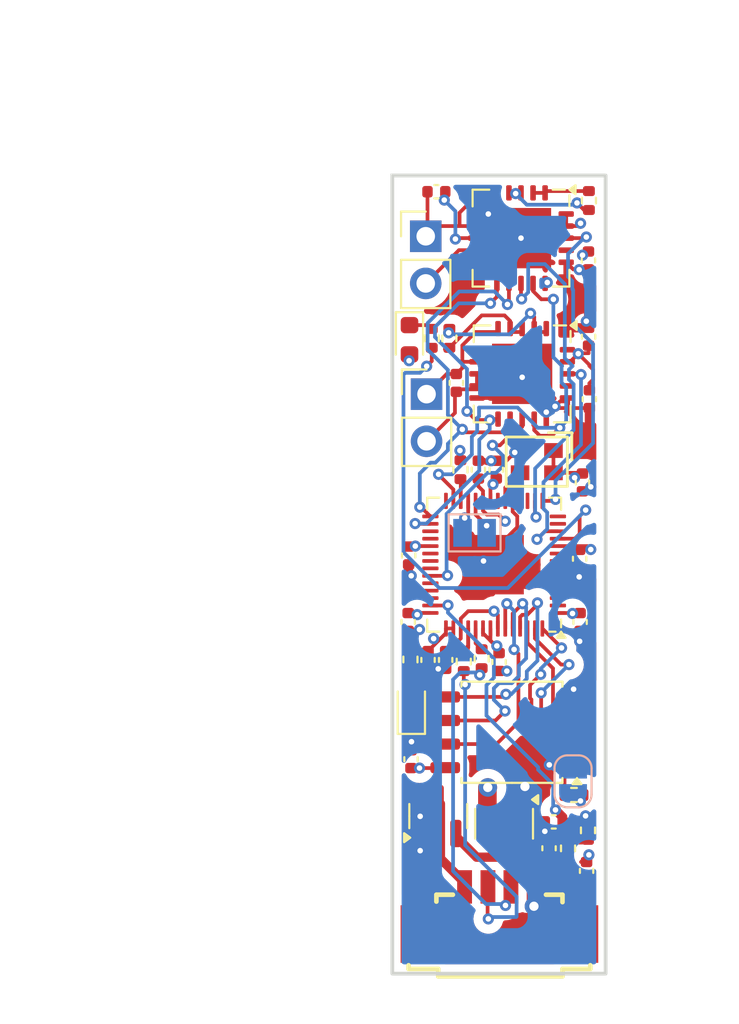
<source format=kicad_pcb>
(kicad_pcb (version 20240108) (generator "pcbnew") (generator_version "8.0")
  (layers (0 "F.Cu" signal) (1 "In1.Cu" signal) (2 "In2.Cu" signal) (31 "B.Cu" signal) (34 "B.Paste" user) (35 "F.Paste" user) (36 "B.SilkS" user "B.Silkscreen") (37 "F.SilkS" user "F.Silkscreen") (38 "B.Mask" user) (39 "F.Mask" user) (44 "Edge.Cuts" user))
  (net 0 "")
  (net 1 "+BATT")
  (net 2 "GND")
  (net 3 "+3V3")
  (net 4 "Net-(D1-A)")
  (net 5 "/BATT POSTSW")
  (net 6 "Net-(J2-Pin_2)")
  (net 7 "Net-(J2-Pin_1)")
  (net 8 "+1V1")
  (net 9 "/BATT SENSE ")
  (net 10 "Net-(D3-K)")
  (net 11 "/USB_D+")
  (net 12 "/USB_D-")
  (net 13 "/SWD")
  (net 14 "/SWCLK")
  (net 15 "/BOOTSEL")
  (net 16 "/QSPI_SS")
  (net 17 "/RP USB_D+")
  (net 18 "/RP USB_D-")
  (net 19 "/RUN")
  (net 20 "/LEDINDICATION")
  (net 21 "/MAX_CS")
  (net 22 "Net-(U3-ISENSOR)")
  (net 23 "Net-(U3-BIAS)")
  (net 24 "/SCLK")
  (net 25 "/DRDY")
  (net 27 "/QSPI_SD2")
  (net 28 "/QSPI_SCLK")
  (net 29 "/QSPI_SD3")
  (net 30 "/QSPI_SD1")
  (net 31 "/QSPI_SDO")
  (net 32 "/MISO")
  (net 36 "/XIN")
  (net 39 "Net-(J1-Pin_1)")
  (net 53 "/MOSI")
  (net 57 "Net-(J1-Pin_2)")
  (net 58 "Net-(U1-BIAS)")
  (net 59 "Net-(U1-ISENSOR)")
  (net 60 "/MAX2_CS")
  (net 62 "/DRDY2")
  (footprint "easyeda2kicad:OSC-SMD_4P-L2.0-W1.6-BL" (layer "F.Cu") (at 142.1384 85.2678 180)
    (property "Reference" "X1" (hide yes))
    (property "Value" "SX1M12.000M10F30TNN")
  )
  (footprint "LED_SMD:LED_0603_1608Metric" (layer "F.Cu") (at 135.275 78.7 -90)
    (property "Reference" "D3" (hide yes))
    (property "Value" "LED")
  )
  (footprint "Connector_PinHeader_2.54mm:PinHeader_1x02_P2.54mm_Vertical" (layer "F.Cu") (at 136.1948 81.6306)
    (property "Reference" "J2" (hide yes))
    (property "Value" "Screw_Terminal_01x02")
  )
  (footprint "Capacitor_SMD:C_0402_1005Metric" (layer "F.Cu") (at 135.2296 90.3224 -90)
    (property "Reference" "C21" (hide yes))
    (property "Value" "100n")
  )
  (footprint "Capacitor_SMD:C_0402_1005Metric" (layer "F.Cu") (at 144.975 81.9 -90)
    (property "Reference" "C9" (hide yes))
    (property "Value" "100n")
  )
  (footprint "Capacitor_SMD:C_0402_1005Metric" (layer "F.Cu") (at 144.9324 78.5368 90)
    (property "Reference" "C8" (hide yes))
    (property "Value" "100n")
  )
  (footprint "Resistor_SMD:R_0402_1005Metric" (layer "F.Cu") (at 143.825 106.1 90)
    (property "Reference" "R7" (hide yes))
    (property "Value" "27k")
  )
  (footprint "Capacitor_SMD:C_0402_1005Metric" (layer "F.Cu") (at 136.725 70.725)
    (property "Reference" "C3" (hide yes))
    (property "Value" "100n")
  )
  (footprint "Capacitor_SMD:C_0402_1005Metric" (layer "F.Cu") (at 138.9888 85.6996 90)
    (property "Reference" "C10" (hide yes))
    (property "Value" "100n")
  )
  (footprint "Capacitor_SMD:C_0402_1005Metric" (layer "F.Cu") (at 136.275 95.95 -90)
    (property "Reference" "C15" (hide yes))
    (property "Value" "1u")
  )
  (footprint "Package_DFN_QFN:TQFN-20-1EP_5x5mm_P0.65mm_EP3.25x3.25mm" (layer "F.Cu") (at 141.35 80.5375 -90)
    (property "Reference" "U1" (hide yes))
    (property "Value" "MAX31865xTP")
  )
  (footprint "Capacitor_SMD:C_0402_1005Metric" (layer "F.Cu") (at 135.2042 93.9038 -90)
    (property "Reference" "C22" (hide yes))
    (property "Value" "100n")
  )
  (footprint "Resistor_SMD:R_0402_1005Metric" (layer "F.Cu") (at 138.2014 96.0374 -90)
    (property "Reference" "R5" (hide yes))
    (property "Value" "22R")
  )
  (footprint "Capacitor_SMD:C_0402_1005Metric" (layer "F.Cu") (at 135.3566 101.2952 90)
    (property "Reference" "C12" (hide yes))
    (property "Value" "100n")
  )
  (footprint "Capacitor_SMD:C_0402_1005Metric" (layer "F.Cu") (at 144.4498 90.5002 -90)
    (property "Reference" "C19" (hide yes))
    (property "Value" "100n")
  )
  (footprint "Connector_PinHeader_2.54mm:PinHeader_1x02_P2.54mm_Vertical" (layer "F.Cu") (at 136.15 73.125)
    (property "Reference" "J1" (hide yes))
    (property "Value" "Screw_Terminal_01x02")
  )
  (footprint ".pretty:CONN-SMD_1.25-4PWB" (layer "F.Cu") (at 140.125 109.4475)
    (property "Reference" "C1000" (hide yes))
    (property "Value" "Conn_01x04")
  )
  (footprint "Package_TO_SOT_SMD:SOT-23-3" (layer "F.Cu") (at 140.3745 104.775 -90)
    (property "Reference" "U2" (hide yes))
    (property "Value" "XC6206P332MR")
  )
  (footprint "Package_TO_SOT_SMD:SOT-23" (layer "F.Cu") (at 136.825 104.3625 90)
    (property "Reference" "Q2" (hide yes))
    (property "Value" "AO3401A")
  )
  (footprint "Capacitor_SMD:C_0402_1005Metric" (layer "F.Cu") (at 144.6022 86.3854 -90)
    (property "Reference" "C14" (hide yes))
    (property "Value" "100n")
  )
  (footprint "LED_SMD:LED_0603_1608Metric" (layer "F.Cu") (at 135.375 98.45 90)
    (property "Reference" "D1" (hide yes))
    (property "Value" "LED")
  )
  (footprint "Capacitor_SMD:C_0402_1005Metric" (layer "F.Cu") (at 140.1064 96.0628 -90)
    (property "Reference" "C18" (hide yes))
    (property "Value" "100n")
  )
  (footprint "Resistor_SMD:R_0402_1005Metric" (layer "F.Cu") (at 144.145 103.2256)
    (property "Reference" "R3" (hide yes))
    (property "Value" "1k")
  )
  (footprint "Resistor_SMD:R_0402_1005Metric" (layer "F.Cu") (at 138.0236 85.6996 -90)
    (property "Reference" "R6" (hide yes))
    (property "Value" "5.1k")
  )
  (footprint "Capacitor_SMD:C_0402_1005Metric" (layer "F.Cu") (at 144.825 107.315 -90)
    (property "Reference" "C2" (hide yes))
    (property "Value" "1u")
  )
  (footprint "Capacitor_SMD:C_0402_1005Metric" (layer "F.Cu") (at 143.0528 104.6734 180)
    (property "Reference" "C16" (hide yes))
    (property "Value" "100n")
  )
  (footprint "Resistor_SMD:R_0402_1005Metric" (layer "F.Cu") (at 144.9 105.1306 90)
    (property "Reference" "R8" (hide yes))
    (property "Value" "51k")
  )
  (footprint "Capacitor_SMD:C_0402_1005Metric" (layer "F.Cu") (at 144.925 74.425 -90)
    (property "Reference" "C4" (hide yes))
    (property "Value" "100n")
  )
  (footprint "Package_DFN_QFN:QFN-56-1EP_7x7mm_P0.4mm_EP3.2x3.2mm" (layer "F.Cu") (at 139.8396 90.8176 180)
    (property "Reference" "U6" (hide yes))
    (property "Value" "RP2040")
  )
  (footprint "Resistor_SMD:R_0402_1005Metric" (layer "F.Cu") (at 137.425 78.625 -90)
    (property "Reference" "R2" (hide yes))
    (property "Value" "400")
  )
  (footprint "Package_SO:SOIC-8_5.23x5.23mm_P1.27mm" (layer "F.Cu") (at 140.8 99.8474 180)
    (property "Reference" "U5" (hide yes))
    (property "Value" "W25Q128JVS")
  )
  (footprint "Capacitor_SMD:C_0402_1005Metric" (layer "F.Cu") (at 144.4752 93.9038 -90)
    (property "Reference" "C17" (hide yes))
    (property "Value" "100n")
  )
  (footprint "Capacitor_SMD:C_0402_1005Metric" (layer "F.Cu") (at 139.954 85.6996 90)
    (property "Reference" "C20" (hide yes))
    (property "Value" "100n")
  )
  (footprint "Package_DFN_QFN:TQFN-20-1EP_5x5mm_P0.65mm_EP3.25x3.25mm" (layer "F.Cu") (at 141.2875 73.225 -90)
    (property "Reference" "U3" (hide yes))
    (property "Value" "MAX31865xTP")
  )
  (footprint "Resistor_SMD:R_0402_1005Metric" (layer "F.Cu") (at 144.95 71.2 -90)
    (property "Reference" "R10" (hide yes))
    (property "Value" "400")
  )
  (footprint "Resistor_SMD:R_0402_1005Metric" (layer "F.Cu") (at 136.475 78.625 90)
    (property "Reference" "R9" (hide yes))
    (property "Value" "1k")
  )
  (footprint "Resistor_SMD:R_0402_1005Metric" (layer "F.Cu") (at 139.1666 95.885 90)
    (property "Reference" "R4" (hide yes))
    (property "Value" "22R")
  )
  (footprint "Capacitor_SMD:C_0402_1005Metric" (layer "F.Cu") (at 137.8 81.025 -90)
    (property "Reference" "C7" (hide yes))
    (property "Value" "100n")
  )
  (footprint "Capacitor_SMD:C_0402_1005Metric" (layer "F.Cu") (at 137.225 95.95 -90)
    (property "Reference" "C13" (hide yes))
    (property "Value" "1u")
  )
  (footprint "Capacitor_SMD:C_0402_1005Metric" (layer "F.Cu") (at 142.8 106.0958 90)
    (property "Reference" "C1" (hide yes))
    (property "Value" "1u")
  )
  (footprint "Resistor_SMD:R_0402_1005Metric" (layer "F.Cu") (at 135.325 95.925 90)
    (property "Reference" "R1" (hide yes))
    (property "Value" "1k")
  )
  (footprint "Jumper:SolderJumper-2_P1.3mm_Open_RoundedPad1.0x1.5mm" (layer "B.Cu") (at 144.0942 102.489 -90)
    (property "Reference" "J6" (hide yes))
    (property "Value" "Conn_01x02")
  )
  (footprint "Jumper:SolderJumper-2_P1.3mm_Open_Pad1.0x1.5mm" (layer "B.Cu") (at 138.7856 89.1032 180)
    (property "Reference" "J5" (hide yes))
    (property "Value" "Conn_01x02")
  )
  (gr_rect (start 134.35 69.85) (end 145.85 112.85) (stroke (width 0.2)) (fill none) (layer "Edge.Cuts"))
  (segment (start 138.8971 106.5758) (end 140.3858 106.5758) (width 0.5) (layer "F.Cu") (net 1))
  (segment (start 140.3745 106.5645) (end 140.3858 106.5758) (width 0.5) (layer "F.Cu") (net 1))
  (segment (start 143.5308 106.5758) (end 143.5862 106.6312) (width 0.5) (layer "F.Cu") (net 1))
  (segment (start 137.8927 105.5714) (end 138.8971 106.5758) (width 0.5) (layer "F.Cu") (net 1))
  (segment (start 140.3858 106.5758) (end 142.621 106.5758) (width 0.5) (layer "F.Cu") (net 1))
  (segment (start 142.621 106.5758) (end 143.5308 106.5758) (width 0.5) (layer "F.Cu") (net 1))
  (segment (start 140.3745 105.9125) (end 140.3745 106.5645) (width 0.5) (layer "F.Cu") (net 1))
  (segment (start 140.1064 96.5428) (end 140.5178 96.5428) (width 0.2) (layer "F.Cu") (net 2))
  (segment (start 142.5728 104.6734) (end 142.5728 105.5676) (width 0.2) (layer "F.Cu") (net 2))
  (segment (start 140.05 79.2375) (end 141.35 80.5375) (width 0.2) (layer "F.Cu") (net 2))
  (segment (start 142.5875 75.6625) (end 142.657751 75.6625) (width 0.2) (layer "F.Cu") (net 2))
  (segment (start 135.875 105.3) (end 135.875 104.4) (width 0.2) (layer "F.Cu") (net 2))
  (segment (start 137.225 96.43) (end 136.275 96.43) (width 0.2) (layer "F.Cu") (net 2))
  (segment (start 141.9764 107.9341) (end 141.9764 109.2104) (width 0.5) (layer "F.Cu") (net 2))
  (segment (start 138.9125 79.2375) (end 140.05 79.2375) (width 0.2) (layer "F.Cu") (net 2))
  (segment (start 144.4752 94.3838) (end 144.4752 94.9198) (width 0.2) (layer "F.Cu") (net 2))
  (segment (start 143.391568 82.0212) (end 143.125 82.287768) (width 0.2) (layer "F.Cu") (net 2))
  (segment (start 141.085602 88.205761) (end 141.085602 88.798627) (width 0.2) (layer "F.Cu") (net 2))
  (segment (start 144.4498 90.9802) (end 144.4498 91.4502) (width 0.2) (layer "F.Cu") (net 2))
  (segment (start 135.2296 90.8024) (end 135.2296 91.275) (width 0.2) (layer "F.Cu") (net 2))
  (segment (start 139.525 71.925) (end 139.9875 71.925) (width 0.2) (layer "F.Cu") (net 2))
  (segment (start 135.875 104.4) (end 135.85 104.375) (width 0.2) (layer "F.Cu") (net 2))
  (segment (start 139.954 85.2196) (end 140.49975 85.2196) (width 0.2) (layer "F.Cu") (net 2))
  (segment (start 140.8396 87.3801) (end 140.8396 87.959759) (width 0.2) (layer "F.Cu") (net 2))
  (segment (start 140.49975 85.2196) (end 140.949448 84.769902) (width 0.2) (layer "F.Cu") (net 2))
  (segment (start 138.9125 81.8375) (end 140.05 81.8375) (width 0.2) (layer "F.Cu") (net 2))
  (segment (start 141.2384 84.6678) (end 141.05155 84.6678) (width 0.2) (layer "F.Cu") (net 2))
  (segment (start 139.5476 85.2196) (end 139.675 85.2196) (width 0.2) (layer "F.Cu") (net 2))
  (segment (start 143.7875 82.2675) (end 143.7875 81.8375) (width 0.2) (layer "F.Cu") (net 2))
  (segment (start 135.875 105.3) (end 135.875 106.2) (width 0.2) (layer "F.Cu") (net 2))
  (segment (start 142.858432 82.0212) (end 143.125 82.287768) (width 0.2) (layer "F.Cu") (net 2))
  (segment (start 141.3753 102.8931) (end 141.5 102.7684) (width 1) (layer "F.Cu") (net 2))
  (segment (start 135.2296 91.275) (end 135.3692 91.4146) (width 0.2) (layer "F.Cu") (net 2))
  (segment (start 140.05 81.8375) (end 141.35 80.5375) (width 0.2) (layer "F.Cu") (net 2))
  (segment (start 141.9764 109.2104) (end 141.986 109.22) (width 0.5) (layer "F.Cu") (net 2))
  (segment (start 139.954 85.2196) (end 139.5476 85.2196) (width 0.2) (layer "F.Cu") (net 2))
  (segment (start 144.925 74.905) (end 144.105 74.905) (width 0.2) (layer "F.Cu") (net 2))
  (segment (start 144.4498 91.4502) (end 144.425 91.475) (width 0.2) (layer "F.Cu") (net 2))
  (segment (start 144.4752 94.9198) (end 144.4498 94.9452) (width 0.2) (layer "F.Cu") (net 2))
  (segment (start 138.85 74.525) (end 139.9875 74.525) (width 0.2) (layer "F.Cu") (net 2))
  (segment (start 140.5178 96.5428) (end 140.525 96.55) (width 0.2) (layer "F.Cu") (net 2))
  (segment (start 135.3566 100.8152) (end 135.3566 100.3808) (width 0.2) (layer "F.Cu") (net 2))
  (segment (start 144.1128 97.9424) (end 144.1128 97.5372) (width 0.2) (layer "F.Cu") (net 2))
  (segment (start 135.3566 100.3808) (end 135.382 100.3554) (width 0.2) (layer "F.Cu") (net 2))
  (segment (start 142.657751 75.6625) (end 142.705631 75.61462) (width 0.2) (layer "F.Cu") (net 2))
  (segment (start 135.875 106.2) (end 135.85 106.225) (width 0.2) (layer "F.Cu") (net 2))
  (segment (start 142.2183 107.795) (end 142.0272 107.6039) (width 0.2) (layer "F.Cu") (net 2))
  (segment (start 144.809981 77.934381) (end 144.809981 77.700056) (width 0.2) (layer "F.Cu") (net 2))
  (segment (start 139.9875 71.925) (end 141.2875 73.225) (width 0.2) (layer "F.Cu") (net 2))
  (segment (start 142.6519 82.0212) (end 141.3519 80.7212) (width 0.2) (layer "F.Cu") (net 2))
  (segment (start 145.05 86.625) (end 144.8096 86.8654) (width 0.2) (layer "F.Cu") (net 2))
  (segment (start 142.5728 105.5676) (end 142.621 105.6158) (width 0.2) (layer "F.Cu") (net 2))
  (segment (start 139.9875 74.525) (end 141.2875 73.225) (width 0.2) (layer "F.Cu") (net 2))
  (segment (start 144.9324 78.0568) (end 144.809981 77.934381) (width 0.2) (layer "F.Cu") (net 2))
  (segment (start 144.526 107.795) (end 142.2183 107.795) (width 0.2) (layer "F.Cu") (net 2))
  (segment (start 144.1128 97.5372) (end 144.125 97.525) (width 0.2) (layer "F.Cu") (net 2))
  (segment (start 143.217232 82.38) (end 143.125 82.287768) (width 0.2) (layer "F.Cu") (net 2))
  (segment (start 144.105 74.905) (end 143.725 74.525) (width 0.2) (layer "F.Cu") (net 2))
  (segment (start 144.5768 104.6206) (end 144.5768 104.5424) (width 0.2) (layer "F.Cu") (net 2))
  (segment (start 135.7402 94.3838) (end 135.8138 94.3102) (width 0.2) (layer "F.Cu") (net 2))
  (segment (start 144.975 82.38) (end 143.9 82.38) (width 0.2) (layer "F.Cu") (net 2))
  (segment (start 143.7894 82.0212) (end 143.391568 82.0212) (width 0.2) (layer "F.Cu") (net 2))
  (segment (start 142.6519 83.1587) (end 142.6519 82.0212) (width 0.2) (layer "F.Cu") (net 2))
  (segment (start 141.3753 103.8407) (end 141.3753 102.8931) (width 1) (layer "F.Cu") (net 2))
  (segment (start 142.6519 82.0212) (end 142.858432 82.0212) (width 0.2) (layer "F.Cu") (net 2))
  (segment (start 141.085602 88.798627) (end 139.265718 90.618511) (width 0.2) (layer "F.Cu") (net 2))
  (segment (start 138.85 71.925) (end 139.525 71.925) (width 0.2) (layer "F.Cu") (net 2))
  (segment (start 135.2042 94.3838) (end 135.7402 94.3838) (width 0.2) (layer "F.Cu") (net 2))
  (segment (start 140.8396 87.959759) (end 141.085602 88.205761) (width 0.2) (layer "F.Cu") (net 2))
  (segment (start 144.8096 86.8654) (end 144.6022 86.8654) (width 0.2) (layer "F.Cu") (net 2))
  (segment (start 144.5768 104.5424) (end 144.7692 104.35) (width 0.2) (layer "F.Cu") (net 2))
  (segment (start 143.9 82.38) (end 143.217232 82.38) (width 0.2) (layer "F.Cu") (net 2))
  (segment (start 141.05155 84.6678) (end 140.949448 84.769902) (width 0.2) (layer "F.Cu") (net 2))
  (segment (start 143.9 82.38) (end 143.7875 82.2675) (width 0.2) (layer "F.Cu") (net 2))
  (segment (start 139.5476 85.2196) (end 138.9888 85.2196) (width 0.2) (layer "F.Cu") (net 2))
  (via (at 141.5 102.7684) (size 1) (drill 0.5) (layers "F.Cu" "B.Cu") (net 2))
  (via (at 140.949448 84.769902) (size 0.6) (drill 0.3) (layers "F.Cu" "B.Cu") (net 2))
  (via (at 144.809981 77.700056) (size 0.6) (drill 0.3) (layers "F.Cu" "B.Cu") (net 2))
  (via (at 143.125 82.287768) (size 0.6) (drill 0.3) (layers "F.Cu" "B.Cu") (net 2))
  (via (at 141.986 109.22) (size 1) (drill 0.5) (layers "F.Cu" "B.Cu") (net 2))
  (via (at 136.825 96.43) (size 0.6) (drill 0.3) (layers "F.Cu" "B.Cu") (net 2))
  (via (at 144.425 74.925) (size 0.6) (drill 0.3) (layers "F.Cu" "B.Cu") (net 2))
  (via (at 135.3692 91.4146) (size 0.6) (drill 0.3) (layers "F.Cu" "B.Cu") (net 2))
  (via (at 139.265718 90.618511) (size 0.6) (drill 0.3) (layers "F.Cu" "B.Cu") (net 2))
  (via (at 144.4498 94.9452) (size 0.6) (drill 0.3) (layers "F.Cu" "B.Cu") (net 2))
  (via (at 142.705631 75.61462) (size 0.6) (drill 0.3) (layers "F.Cu" "B.Cu") (net 2))
  (via (at 142.6519 82.6) (size 0.6) (drill 0.3) (layers "F.Cu" "B.Cu") (net 2))
  (via (at 142.8128 101.6) (size 0.6) (drill 0.3) (layers "F.Cu" "B.Cu") (net 2))
  (via (at 141.2875 73.225) (size 0.6) (drill 0.3) (layers "F.Cu" "B.Cu") (net 2))
  (via (at 144.425 91.475) (size 0.6) (drill 0.3) (layers "F.Cu" "B.Cu") (net 2))
  (via (at 135.8138 94.3102) (size 0.6) (drill 0.3) (layers "F.Cu" "B.Cu") (net 2))
  (via (at 135.85 106.225) (size 0.6) (drill 0.3) (layers "F.Cu" "B.Cu") (net 2))
  (via (at 144.125 97.525) (size 0.6) (drill 0.3) (layers "F.Cu" "B.Cu") (net 2))
  (via (at 135.382 100.3554) (size 0.6) (drill 0.3) (layers "F.Cu" "B.Cu") (net 2))
  (via (at 139.675 85.2196) (size 0.6) (drill 0.3) (layers "F.Cu" "B.Cu") (net 2))
  (via (at 142.5728 105.1814) (size 0.6) (drill 0.3) (layers "F.Cu" "B.Cu") (net 2))
  (via (at 139.525 71.925) (size 0.6) (drill 0.3) (layers "F.Cu" "B.Cu") (net 2))
  (via (at 144.7692 104.35) (size 0.6) (drill 0.3) (layers "F.Cu" "B.Cu") (net 2))
  (via (at 145.05 86.625) (size 0.6) (drill 0.3) (layers "F.Cu" "B.Cu") (net 2))
  (via (at 140.525 96.55) (size 0.6) (drill 0.3) (layers "F.Cu" "B.Cu") (net 2))
  (via (at 135.85 104.375) (size 0.6) (drill 0.3) (layers "F.Cu" "B.Cu") (net 2))
  (via (at 141.3519 80.7212) (size 0.6) (drill 0.3) (layers "F.Cu" "B.Cu") (net 2))
  (segment (start 143.0518 101.839) (end 142.8128 101.6) (width 0.2) (layer "B.Cu") (net 2))
  (segment (start 144.0942 101.839) (end 144.0942 97.5558) (width 0.2) (layer "B.Cu") (net 2))
  (segment (start 135.382 99.9213) (end 135.8138 99.4895) (width 0.2) (layer "B.Cu") (net 2))
  (segment (start 144.0942 97.5558) (end 144.125 97.525) (width 0.2) (layer "B.Cu") (net 2))
  (segment (start 144.0942 101.839) (end 143.0518 101.839) (width 0.2) (layer "B.Cu") (net 2))
  (segment (start 135.382 100.3554) (end 135.382 99.9213) (width 0.2) (layer "B.Cu") (net 2))
  (segment (start 144.9324 79.425) (end 144.4 79.425) (width 0.2) (layer "F.Cu") (net 3))
  (segment (start 143.2833 93.4238) (end 143.2771 93.4176) (width 0.2) (layer "F.Cu") (net 3))
  (segment (start 135.9408 89.8176) (end 136.4021 89.8176) (width 0.2) (layer "F.Cu") (net 3))
  (segment (start 145.175 80.305761) (end 144.975 80.105761) (width 0.2) (layer "F.Cu") (net 3))
  (segment (start 143.7875 79.8875) (end 143.9375 79.8875) (width 0.2) (layer "F.Cu") (net 3))
  (segment (start 143.0384 84.6678) (end 143.0384 85.8678) (width 0.2) (layer "F.Cu") (net 3))
  (segment (start 135.589639 89.8176) (end 135.588447 89.816408) (width 0.2) (layer "F.Cu") (net 3))
  (segment (start 139.6396 94.909076) (end 139.923124 95.1926) (width 0.2) (layer "F.Cu") (net 3))
  (segment (start 138.0236 85.1896) (end 138.0236 84.694298) (width 0.2) (layer "F.Cu") (net 3))
  (segment (start 139.4753 103.8407) (end 139.4753 102.8407) (width 1) (layer "F.Cu") (net 3))
  (segment (start 135.1754 93.4176) (end 135.1692 93.4238) (width 0.2) (layer "F.Cu") (net 3))
  (segment (start 136.8646 101.7752) (end 136.9128 101.727) (width 0.2) (layer "F.Cu") (net 3))
  (segment (start 138.0236 84.694298) (end 137.994543 84.665241) (width 0.2) (layer "F.Cu") (net 3))
  (segment (start 144.4 79.425) (end 144.375 79.45) (width 0.2) (layer "F.Cu") (net 3))
  (segment (start 143.975 89.8176) (end 143.2771 89.8176) (width 0.2) (layer "F.Cu") (net 3))
  (segment (start 144.975 81.42) (end 144.975 81.044239) (width 0.2) (layer "F.Cu") (net 3))
  (segment (start 143.9375 79.8875) (end 144.375 79.45) (width 0.2) (layer "F.Cu") (net 3))
  (segment (start 136.4021 93.4176) (end 135.763 93.4176) (width 0.2) (layer "F.Cu") (net 3))
  (segment (start 139.2396 94.509076) (end 140.1064 95.375876) (width 0.2) (layer "F.Cu") (net 3))
  (segment (start 144.043276 93.4238) (end 144.065261 93.445785) (width 0.2) (layer "F.Cu") (net 3))
  (segment (start 144.4498 90.0202) (end 144.2472 89.8176) (width 0.2) (layer "F.Cu") (net 3))
  (segment (start 136.22 95.415) (end 136.275 95.47) (width 0.2) (layer "F.Cu") (net 3))
  (segment (start 139.923124 95.1926) (end 139.984945 95.1926) (width 0.2) (layer "F.Cu") (net 3))
  (segment (start 144.911 106.45) (end 144.526 106.835) (width 0.2) (layer "F.Cu") (net 3))
  (segment (start 135.3566 101.7752) (end 135.8138 101.7752) (width 0.2) (layer "F.Cu") (net 3))
  (segment (start 137.6396 94.2551) (end 137.2396 94.2551) (width 0.2) (layer "F.Cu") (net 3))
  (segment (start 144.802538 73.945) (end 144.605299 74.142239) (width 0.2) (layer "F.Cu") (net 3))
  (segment (start 143.0384 85.8678) (end 144.5646 85.8678) (width 0.2) (layer "F.Cu") (net 3))
  (segment (start 144.4752 93.4238) (end 143.9164 93.4238) (width 0.2) (layer "F.Cu") (net 3))
  (segment (start 144.9324 79.425) (end 144.9324 79.0168) (width 0.2) (layer "F.Cu") (net 3))
  (segment (start 144.5646 85.8678) (end 144.6022 85.9054) (width 0.2) (layer "F.Cu") (net 3))
  (segment (start 135.9408 89.8176) (end 135.589639 89.8176) (width 0.2) (layer "F.Cu") (net 3))
  (segment (start 144.35 72.575) (end 143.725 72.575) (width 0.2) (layer "F.Cu") (net 3))
  (segment (start 137.2396 94.2551) (end 137.2396 94.5054) (width 0.2) (layer "F.Cu") (net 3))
  (segment (start 139.6396 86.494) (end 139.954 86.1796) (width 0.2) (layer "F.Cu") (net 3))
  (segment (start 135.763 93.434361) (end 135.687299 93.510062) (width 0.2) (layer "F.Cu") (net 3))
  (segment (start 144.925 73.945) (end 144.802538 73.945) (width 0.2) (layer "F.Cu") (net 3))
  (segment (start 144.5 72.425) (end 144.35 72.575) (width 0.2) (layer "F.Cu") (net 3))
  (segment (start 136.835 94.91) (end 136.275 95.47) (width 0.2) (layer "F.Cu") (net 3))
  (segment (start 144.8676 89.8176) (end 145.05 90) (width 0.2) (layer "F.Cu") (net 3))
  (segment (start 139.6396 86.614) (end 139.6396 86.494) (width 0.2) (layer "F.Cu") (net 3))
  (segment (start 139.6396 87.3801) (end 139.6396 86.614) (width 0.2) (layer "F.Cu") (net 3))
  (segment (start 137.2396 94.5054) (end 136.835 94.91) (width 0.2) (layer "F.Cu") (net 3))
  (segment (start 139.6396 94.2551) (end 139.6396 94.909076) (width 0.2) (layer "F.Cu") (net 3))
  (segment (start 135.8138 101.7752) (end 136.8646 101.7752) (width 0.2) (layer "F.Cu") (net 3))
  (segment (start 144.975 81.044239) (end 145.175 80.844239) (width 0.2) (layer "F.Cu") (net 3))
  (segment (start 143.725 71.925) (end 143.725 72.575) (width 0.2) (layer "F.Cu") (net 3))
  (segment (start 135.2544 89.8176) (end 135.9408 89.8176) (width 0.2) (layer "F.Cu") (net 3))
  (segment (start 135.325 95.415) (end 136.22 95.415) (width 0.2) (layer "F.Cu") (net 3))
  (segment (start 145.175 80.844239) (end 145.175 80.305761) (width 0.2) (layer "F.Cu") (net 3))
  (segment (start 143.9164 93.4238) (end 144.043276 93.4238) (width 0.2) (layer "F.Cu") (net 3))
  (segment (start 144.975 80.105761) (end 144.975 80.05) (width 0.2) (layer "F.Cu") (net 3))
  (segment (start 144.95 106.45) (end 144.911 106.45) (width 0.2) (layer "F.Cu") (net 3))
  (segment (start 139.4753 102.8407) (end 139.4968 102.8192) (width 1) (layer "F.Cu") (net 3))
  (segment (start 139.6396 94.909076) (end 140.1064 95.375876) (width 0.2) (layer "F.Cu") (net 3))
  (segment (start 136.835 94.91) (end 136.725 94.8) (width 0.2) (layer "F.Cu") (net 3))
  (segment (start 143.975 89.8176) (end 144.8676 89.8176) (width 0.2) (layer "F.Cu") (net 3))
  (segment (start 140.1064 95.375876) (end 140.1064 95.3796) (width 0.2) (layer "F.Cu") (net 3))
  (segment (start 139.647745 86.614) (end 139.777784 86.483961) (width 0.2) (layer "F.Cu") (net 3))
  (segment (start 135.763 93.4176) (end 135.1754 93.4176) (width 0.2) (layer "F.Cu") (net 3))
  (segment (start 143.9164 93.4238) (end 143.2833 93.4238) (width 0.2) (layer "F.Cu") (net 3))
  (segment (start 139.2396 94.2551) (end 139.2396 94.509076) (width 0.2) (layer "F.Cu") (net 3))
  (segment (start 144.975 80.05) (end 144.375 79.45) (width 0.2) (layer "F.Cu") (net 3))
  (segment (start 135.2296 89.8424) (end 135.2544 89.8176) (width 0.2) (layer "F.Cu") (net 3))
  (segment (start 135.763 93.4176) (end 135.763 93.434361) (width 0.2) (layer "F.Cu") (net 3))
  (segment (start 144.2472 89.8176) (end 143.975 89.8176) (width 0.2) (layer "F.Cu") (net 3))
  (segment (start 135.275 79.4875) (end 135.275 79.808801) (width 0.2) (layer "F.Cu") (net 3))
  (segment (start 136.725 94.8) (end 136.575 94.8) (width 0.2) (layer "F.Cu") (net 3))
  (segment (start 135.275 79.808801) (end 135.253201 79.8306) (width 0.2) (layer "F.Cu") (net 3))
  (segment (start 135.8138 101.7752) (end 135.9408 101.7752) (width 0.2) (layer "F.Cu") (net 3))
  (segment (start 139.6396 86.614) (end 139.647745 86.614) (width 0.2) (layer "F.Cu") (net 3))
  (via (at 135.687299 93.510062) (size 0.6) (drill 0.3) (layers "F.Cu" "B.Cu") (net 3))
  (via (at 144.95 106.45) (size 0.6) (drill 0.3) (layers "F.Cu" "B.Cu") (net 3))
  (via (at 135.253201 79.8306) (size 0.6) (drill 0.3) (layers "F.Cu" "B.Cu") (net 3))
  (via (at 145.05 90) (size 0.6) (drill 0.3) (layers "F.Cu" "B.Cu") (net 3))
  (via (at 144.5 72.425) (size 0.6) (drill 0.3) (layers "F.Cu" "B.Cu") (net 3))
  (via (at 144.375 79.45) (size 0.6) (drill 0.3) (layers "F.Cu" "B.Cu") (net 3))
  (via (at 135.588447 89.816408) (size 0.6) (drill 0.3) (layers "F.Cu" "B.Cu") (net 3))
  (via (at 139.777784 86.483961) (size 0.6) (drill 0.3) (layers "F.Cu" "B.Cu") (net 3))
  (via (at 137.994543 84.665241) (size 0.6) (drill 0.3) (layers "F.Cu" "B.Cu") (net 3))
  (via (at 144.605299 74.142239) (size 0.6) (drill 0.3) (layers "F.Cu" "B.Cu") (net 3))
  (via (at 135.8138 101.7752) (size 0.6) (drill 0.3) (layers "F.Cu" "B.Cu") (net 3))
  (via (at 144.065261 93.445785) (size 0.6) (drill 0.3) (layers "F.Cu" "B.Cu") (net 3))
  (via (at 139.4968 102.8192) (size 1) (drill 0.5) (layers "F.Cu" "B.Cu") (net 3))
  (via (at 136.575 94.8) (size 0.6) (drill 0.3) (layers "F.Cu" "B.Cu") (net 3))
  (via (at 139.984945 95.1926) (size 0.6) (drill 0.3) (layers "F.Cu" "B.Cu") (net 3))
  (via (at 144.179263 86.130663) (size 0.6) (drill 0.3) (layers "F.Cu" "B.Cu") (net 3))
  (segment (start 135.375 97.6625) (end 135.375 96.485) (width 0.2) (layer "F.Cu") (net 4))
  (segment (start 135.375 96.485) (end 135.325 96.435) (width 0.2) (layer "F.Cu") (net 4))
  (segment (start 136.9427 106.6504) (end 138.2264 107.9341) (width 0.5) (layer "F.Cu") (net 5))
  (segment (start 136.9427 103.6964) (end 136.9427 106.6504) (width 0.5) (layer "F.Cu") (net 5))
  (segment (start 137.725 82.6404) (end 136.1948 84.1706) (width 0.2) (layer "F.Cu") (net 6))
  (segment (start 137.8 81.505) (end 137.725 81.58) (width 0.2) (layer "F.Cu") (net 6))
  (segment (start 138.9144 81.3712) (end 137.9338 81.3712) (width 0.2) (layer "F.Cu") (net 6))
  (segment (start 137.9338 81.3712) (end 137.8 81.505) (width 0.2) (layer "F.Cu") (net 6))
  (segment (start 137.725 81.58) (end 137.725 82.6404) (width 0.2) (layer "F.Cu") (net 6))
  (segment (start 138.9144 81.3712) (end 138.9144 80.7212) (width 0.2) (layer "F.Cu") (net 6))
  (segment (start 138.1375 79.8875) (end 138.125 79.9) (width 0.2) (layer "F.Cu") (net 7))
  (segment (start 138.125 79) (end 138.125 79.9) (width 0.2) (layer "F.Cu") (net 7))
  (segment (start 136.1948 81.6306) (end 137.2804 80.545) (width 0.2) (layer "F.Cu") (net 7))
  (segment (start 140.0519 78.2837) (end 138.8413 78.2837) (width 0.2) (layer "F.Cu") (net 7))
  (segment (start 138.9125 79.8875) (end 138.1375 79.8875) (width 0.2) (layer "F.Cu") (net 7))
  (segment (start 138.125 79.9) (end 138.125 80.22) (width 0.2) (layer "F.Cu") (net 7))
  (segment (start 137.2804 80.545) (end 137.8 80.545) (width 0.2) (layer "F.Cu") (net 7))
  (segment (start 138.8413 78.2837) (end 138.125 79) (width 0.2) (layer "F.Cu") (net 7))
  (segment (start 138.125 80.22) (end 137.8 80.545) (width 0.2) (layer "F.Cu") (net 7))
  (segment (start 137.7024 94.9926) (end 137.225 95.47) (width 0.2) (layer "F.Cu") (net 8))
  (segment (start 139.2396 86.84624) (end 139.2396 87.3801) (width 0.2) (layer "F.Cu") (net 8))
  (segment (start 138.0396 94.78896) (end 137.83596 94.9926) (width 0.2) (layer "F.Cu") (net 8))
  (segment (start 138.0396 93.72124) (end 138.439708 93.321132) (width 0.2) (layer "F.Cu") (net 8))
  (segment (start 140.0396 93.527388) (end 139.833344 93.321132) (width 0.2) (layer "F.Cu") (net 8))
  (segment (start 140.078202 88.1176) (end 140.435602 88.475) (width 0.2) (layer "F.Cu") (net 8))
  (segment (start 139.2396 87.91396) (end 139.44324 88.1176) (width 0.2) (layer "F.Cu") (net 8))
  (segment (start 138.0396 94.2551) (end 138.0396 93.72124) (width 0.2) (layer "F.Cu") (net 8))
  (segment (start 139.2396 87.3801) (end 139.2396 87.91396) (width 0.2) (layer "F.Cu") (net 8))
  (segment (start 137.83596 94.9926) (end 137.7024 94.9926) (width 0.2) (layer "F.Cu") (net 8))
  (segment (start 139.44324 88.1176) (end 140.078202 88.1176) (width 0.2) (layer "F.Cu") (net 8))
  (segment (start 138.9888 86.59544) (end 139.2396 86.84624) (width 0.2) (layer "F.Cu") (net 8))
  (segment (start 138.9888 86.1796) (end 138.9888 86.59544) (width 0.2) (layer "F.Cu") (net 8))
  (segment (start 140.0396 94.2551) (end 140.0396 93.527388) (width 0.2) (layer "F.Cu") (net 8))
  (segment (start 138.0396 94.2551) (end 138.0396 94.78896) (width 0.2) (layer "F.Cu") (net 8))
  (segment (start 138.439708 93.321132) (end 139.833344 93.321132) (width 0.2) (layer "F.Cu") (net 8))
  (via (at 140.435602 88.475) (size 0.6) (drill 0.3) (layers "F.Cu" "B.Cu") (net 8))
  (via (at 139.833344 93.321132) (size 0.6) (drill 0.3) (layers "F.Cu" "B.Cu") (net 8))
  (segment (start 143.5862 104.7268) (end 143.5328 104.6734) (width 0.5) (layer "F.Cu") (net 9))
  (segment (start 137.3324 93.0176) (end 137.35 93) (width 0.2) (layer "F.Cu") (net 9))
  (segment (start 143.5328 104.415591) (end 143.146384 104.029175) (width 0.5) (layer "F.Cu") (net 9))
  (segment (start 143.5862 105.6112) (end 143.5862 104.7268) (width 0.5) (layer "F.Cu") (net 9))
  (segment (start 143.5328 104.6734) (end 143.5328 104.415591) (width 0.5) (layer "F.Cu") (net 9))
  (segment (start 136.4021 93.0176) (end 137.3324 93.0176) (width 0.2) (layer "F.Cu") (net 9))
  (segment (start 143.6156 105.6406) (end 143.5862 105.6112) (width 0.5) (layer "F.Cu") (net 9))
  (segment (start 144.5768 105.6406) (end 143.6156 105.6406) (width 0.5) (layer "F.Cu") (net 9))
  (via (at 143.146384 104.029175) (size 0.6) (drill 0.3) (layers "F.Cu" "B.Cu") (net 9))
  (via (at 137.35 93) (size 0.6) (drill 0.3) (layers "F.Cu" "B.Cu") (net 9))
  (segment (start 137.35 93.406184) (end 137.35 93) (width 0.2) (layer "B.Cu") (net 9))
  (segment (start 143.025 102.675) (end 142.2128 101.8628) (width 0.2) (layer "B.Cu") (net 9))
  (segment (start 139.425 98.944239) (end 139.425 97.308946) (width 0.2) (layer "B.Cu") (net 9))
  (segment (start 143.025 103.907791) (end 143.025 102.675) (width 0.2) (layer "B.Cu") (net 9))
  (segment (start 142.2128 101.732039) (end 139.425 98.944239) (width 0.2) (layer "B.Cu") (net 9))
  (segment (start 139.825 95.881184) (end 137.35 93.406184) (width 0.2) (layer "B.Cu") (net 9))
  (segment (start 142.2128 101.8628) (end 142.2128 101.732039) (width 0.2) (layer "B.Cu") (net 9))
  (segment (start 139.425 97.308946) (end 139.825 96.908946) (width 0.2) (layer "B.Cu") (net 9))
  (segment (start 139.825 96.908946) (end 139.825 95.881184) (width 0.2) (layer "B.Cu") (net 9))
  (segment (start 143.146384 104.029175) (end 143.025 103.907791) (width 0.2) (layer "B.Cu") (net 9))
  (segment (start 135.275 77.9125) (end 136.2725 77.9125) (width 0.2) (layer "F.Cu") (net 10))
  (segment (start 136.2725 77.9125) (end 136.475 78.115) (width 0.2) (layer "F.Cu") (net 10))
  (segment (start 139.059594 96.502006) (end 139.059594 96.755112) (width 0.2) (layer "F.Cu") (net 11))
  (segment (start 139.1666 96.395) (end 139.059594 96.502006) (width 0.2) (layer "F.Cu") (net 11))
  (via (at 139.059594 96.755112) (size 0.6) (drill 0.3) (layers "F.Cu" "B.Cu") (net 11))
  (via (at 140.45 109.175) (size 0.6) (drill 0.3) (layers "F.Cu" "B.Cu") (net 11))
  (segment (start 137.625 97.005761) (end 138.005761 96.625) (width 0.2) (layer "B.Cu") (net 11))
  (segment (start 138.005761 96.625) (end 138.929482 96.625) (width 0.2) (layer "B.Cu") (net 11))
  (segment (start 138.929482 96.625) (end 139.059594 96.755112) (width 0.2) (layer "B.Cu") (net 11))
  (segment (start 140.45 109.175) (end 140.375 109.1) (width 0.2) (layer "B.Cu") (net 11))
  (segment (start 137.625 107.325) (end 137.625 97.005761) (width 0.2) (layer "B.Cu") (net 11))
  (segment (start 139.4 109.1) (end 137.625 107.325) (width 0.2) (layer "B.Cu") (net 11))
  (segment (start 140.375 109.1) (end 139.4 109.1) (width 0.2) (layer "B.Cu") (net 11))
  (segment (start 139.4864 107.9341) (end 139.4864 109.8614) (width 0.2) (layer "F.Cu") (net 12))
  (segment (start 138.2014 97.2014) (end 138.275 97.275) (width 0.2) (layer "F.Cu") (net 12))
  (segment (start 139.4864 109.8614) (end 139.525 109.9) (width 0.2) (layer "F.Cu") (net 12))
  (segment (start 138.2014 96.5474) (end 138.2014 97.2014) (width 0.2) (layer "F.Cu") (net 12))
  (via (at 139.525 109.9) (size 0.6) (drill 0.3) (layers "F.Cu" "B.Cu") (net 12))
  (via (at 138.275 97.275) (size 0.6) (drill 0.3) (layers "F.Cu" "B.Cu") (net 12))
  (segment (start 141.025 109.8) (end 141.05 109.775) (width 0.2) (layer "B.Cu") (net 12))
  (segment (start 138.275 105.930761) (end 138.275 97.275) (width 0.2) (layer "B.Cu") (net 12))
  (segment (start 141.05 108.705761) (end 138.275 105.930761) (width 0.2) (layer "B.Cu") (net 12))
  (segment (start 139.725 109.8) (end 141.025 109.8) (width 0.2) (layer "B.Cu") (net 12))
  (segment (start 141.05 109.775) (end 141.05 108.705761) (width 0.2) (layer "B.Cu") (net 12))
  (segment (start 138.4396 88.1104) (end 138.25 88.3) (width 0.2) (layer "F.Cu") (net 13))
  (segment (start 138.4396 87.3801) (end 138.4396 88.1104) (width 0.2) (layer "F.Cu") (net 13))
  (via (at 138.25 88.3) (size 0.6) (drill 0.3) (layers "F.Cu" "B.Cu") (net 13))
  (segment (start 139.4356 88.717598) (end 138.8396 88.121598) (width 0.2) (layer "F.Cu") (net 14))
  (segment (start 138.8396 88.121598) (end 138.8396 87.3801) (width 0.2) (layer "F.Cu") (net 14))
  (via (at 139.4356 88.717598) (size 0.6) (drill 0.3) (layers "F.Cu" "B.Cu") (net 14))
  (segment (start 144.655 103.2256) (end 144.655 103.386129) (width 0.2) (layer "F.Cu") (net 15))
  (segment (start 144.655 103.386129) (end 144.496045 103.545084) (width 0.2) (layer "F.Cu") (net 15))
  (via (at 144.496045 103.545084) (size 0.6) (drill 0.3) (layers "F.Cu" "B.Cu") (net 15))
  (segment (start 141.775 98.009315) (end 141.775 97.299994) (width 0.2) (layer "F.Cu") (net 16))
  (segment (start 143.942248 101.7524) (end 141.85 99.660152) (width 0.2) (layer "F.Cu") (net 16))
  (segment (start 141.85 99.660152) (end 141.85 98.084315) (width 0.2) (layer "F.Cu") (net 16))
  (segment (start 141.85 98.084315) (end 141.775 98.009315) (width 0.2) (layer "F.Cu") (net 16))
  (segment (start 144.1128 101.7524) (end 143.942248 101.7524) (width 0.2) (layer "F.Cu") (net 16))
  (segment (start 143.635 103.2256) (end 143.635 102.2048) (width 0.2) (layer "F.Cu") (net 16))
  (segment (start 143.47244 95.28794) (end 143.47244 95.30256) (width 0.2) (layer "F.Cu") (net 16))
  (segment (start 141.775 97.299994) (end 142.35 96.724994) (width 0.2) (layer "F.Cu") (net 16))
  (segment (start 142.4396 94.2551) (end 143.47244 95.28794) (width 0.2) (layer "F.Cu") (net 16))
  (segment (start 143.635 102.2048) (end 144.1128 101.727) (width 0.2) (layer "F.Cu") (net 16))
  (via (at 142.35 96.724994) (size 0.6) (drill 0.3) (layers "F.Cu" "B.Cu") (net 16))
  (via (at 143.47244 95.30256) (size 0.6) (drill 0.3) (layers "F.Cu" "B.Cu") (net 16))
  (segment (start 142.35 96.425) (end 142.35 96.724994) (width 0.2) (layer "B.Cu") (net 16))
  (segment (start 143.47244 95.30256) (end 142.35 96.425) (width 0.2) (layer "B.Cu") (net 16))
  (segment (start 138.8396 95.048) (end 139.1666 95.375) (width 0.2) (layer "F.Cu") (net 17))
  (segment (start 138.8396 94.2551) (end 138.8396 95.048) (width 0.2) (layer "F.Cu") (net 17))
  (segment (start 138.4396 94.2551) (end 138.4396 95.2892) (width 0.2) (layer "F.Cu") (net 18))
  (segment (start 138.4396 94.2551) (end 138.4396 95.1876) (width 0.2) (layer "F.Cu") (net 18))
  (segment (start 138.4396 95.2892) (end 138.2014 95.5274) (width 0.2) (layer "F.Cu") (net 18))
  (segment (start 138.4396 95.1876) (end 138.0998 95.5274) (width 0.2) (layer "F.Cu") (net 18))
  (segment (start 138.0396 86.2256) (end 138.0236 86.2096) (width 0.2) (layer "F.Cu") (net 19))
  (segment (start 138.0396 87.3801) (end 138.0396 86.2256) (width 0.2) (layer "F.Cu") (net 19))
  (segment (start 136.475 79.135) (end 136.475 79.85) (width 0.2) (layer "F.Cu") (net 20))
  (segment (start 143.2771 89.4176) (end 144.1882 89.4176) (width 0.2) (layer "F.Cu") (net 20))
  (segment (start 136.475 79.85) (end 136.2 80.125) (width 0.2) (layer "F.Cu") (net 20))
  (segment (start 144.1882 89.4176) (end 144.4498 89.156) (width 0.2) (layer "F.Cu") (net 20))
  (segment (start 144.4498 89.156) (end 144.4498 88.2002) (width 0.2) (layer "F.Cu") (net 20))
  (segment (start 144.4498 88.2002) (end 144.775 87.875) (width 0.2) (layer "F.Cu") (net 20))
  (via (at 136.2 80.125) (size 0.6) (drill 0.3) (layers "F.Cu" "B.Cu") (net 20))
  (via (at 144.775 87.875) (size 0.6) (drill 0.3) (layers "F.Cu" "B.Cu") (net 20))
  (segment (start 136.2 80.125) (end 135.8444 80.4806) (width 0.2) (layer "B.Cu") (net 20))
  (segment (start 135.8444 80.4806) (end 135.0448 80.4806) (width 0.2) (layer "B.Cu") (net 20))
  (segment (start 135.0448 80.4806) (end 134.95 80.5754) (width 0.2) (layer "B.Cu") (net 20))
  (segment (start 134.95 80.5754) (end 134.95 90.146871) (width 0.2) (layer "B.Cu") (net 20))
  (segment (start 140.575 92.075) (end 144.775 87.875) (width 0.2) (layer "B.Cu") (net 20))
  (segment (start 134.95 90.146871) (end 136.87813 92.075) (width 0.2) (layer "B.Cu") (net 20))
  (segment (start 136.87813 92.075) (end 140.575 92.075) (width 0.2) (layer "B.Cu") (net 20))
  (segment (start 140.567798 83.967798) (end 140.150241 84.385355) (width 0.2) (layer "F.Cu") (net 21))
  (segment (start 140.769701 83.967798) (end 140.567798 83.967798) (width 0.2) (layer "F.Cu") (net 21))
  (segment (start 141.35 83.387499) (end 140.769701 83.967798) (width 0.2) (layer "F.Cu") (net 21))
  (segment (start 137.3074 91.4176) (end 137.325 91.4) (width 0.2) (layer "F.Cu") (net 21))
  (segment (start 140.150241 84.385355) (end 139.75 84.385355) (width 0.2) (layer "F.Cu") (net 21))
  (segment (start 136.4021 91.4176) (end 137.3074 91.4176) (width 0.2) (layer "F.Cu") (net 21))
  (segment (start 141.35 82.975) (end 141.35 83.387499) (width 0.2) (layer "F.Cu") (net 21))
  (via (at 139.75 84.385355) (size 0.6) (drill 0.3) (layers "F.Cu" "B.Cu") (net 21))
  (via (at 137.325 91.4) (size 0.6) (drill 0.3) (layers "F.Cu" "B.Cu") (net 21))
  (segment (start 137.275 88.081371) (end 139.486771 85.8696) (width 0.2) (layer "B.Cu") (net 21))
  (segment (start 137.325 91.4) (end 137.275 91.35) (width 0.2) (layer "B.Cu") (net 21))
  (segment (start 139.486771 85.8696) (end 139.944239 85.8696) (width 0.2) (layer "B.Cu") (net 21))
  (segment (start 137.275 91.35) (end 137.275 88.081371) (width 0.2) (layer "B.Cu") (net 21))
  (segment (start 140.325 84.960355) (end 139.75 84.385355) (width 0.2) (layer "B.Cu") (net 21))
  (segment (start 140.325 85.488839) (end 140.325 84.960355) (width 0.2) (layer "B.Cu") (net 21))
  (segment (start 139.944239 85.8696) (end 140.325 85.488839) (width 0.2) (layer "B.Cu") (net 21))
  (segment (start 141.2875 70.7875) (end 141.0375 70.7875) (width 0.2) (layer "F.Cu") (net 22))
  (segment (start 141.0375 70.7875) (end 141 70.825) (width 0.2) (layer "F.Cu") (net 22))
  (segment (start 144.690112 71.71) (end 144.309235 71.329123) (width 0.2) (layer "F.Cu") (net 22))
  (segment (start 144.95 71.71) (end 144.690112 71.71) (width 0.2) (layer "F.Cu") (net 22))
  (segment (start 140.6375 70.7875) (end 140.9625 70.7875) (width 0.2) (layer "F.Cu") (net 22))
  (segment (start 140.9625 70.7875) (end 141 70.825) (width 0.2) (layer "F.Cu") (net 22))
  (via (at 141 70.825) (size 0.6) (drill 0.3) (layers "F.Cu" "B.Cu") (net 22))
  (via (at 144.309235 71.329123) (size 0.6) (drill 0.3) (layers "F.Cu" "B.Cu") (net 22))
  (segment (start 141.6 71.425) (end 144.213358 71.425) (width 0.2) (layer "B.Cu") (net 22))
  (segment (start 141 70.825) (end 141.6 71.425) (width 0.2) (layer "B.Cu") (net 22))
  (segment (start 144.213358 71.425) (end 144.309235 71.329123) (width 0.2) (layer "B.Cu") (net 22))
  (segment (start 142.685 70.69) (end 142.5875 70.7875) (width 0.2) (layer "F.Cu") (net 23))
  (segment (start 141.9375 70.7875) (end 142.5875 70.7875) (width 0.2) (layer "F.Cu") (net 23))
  (segment (start 143.65 70.69) (end 142.685 70.69) (width 0.2) (layer "F.Cu") (net 23))
  (segment (start 144.95 70.69) (end 143.65 70.69) (width 0.2) (layer "F.Cu") (net 23))
  (segment (start 140.7 82.975) (end 140.7 83.26991) (width 0.2) (layer "F.Cu") (net 24))
  (segment (start 140.6375 75.6625) (end 140.6375 76.717523) (width 0.2) (layer "F.Cu") (net 24))
  (segment (start 140.7 83.26991) (end 140.28241 83.6875) (width 0.2) (layer "F.Cu") (net 24))
  (segment (start 136.4021 88.2176) (end 135.901675 87.717175) (width 0.2) (layer "F.Cu") (net 24))
  (segment (start 140.6375 76.717523) (end 140.556779 76.798244) (width 0.2) (layer "F.Cu") (net 24))
  (segment (start 140.28241 83.6875) (end 138.283462 83.6875) (width 0.2) (layer "F.Cu") (net 24))
  (segment (start 138.283462 83.6875) (end 138.121125 83.525163) (width 0.2) (layer "F.Cu") (net 24))
  (segment (start 135.901675 87.717175) (end 135.831195 87.717175) (width 0.2) (layer "F.Cu") (net 24))
  (via (at 140.556779 76.798244) (size 0.6) (drill 0.3) (layers "F.Cu" "B.Cu") (net 24))
  (via (at 135.831195 87.717175) (size 0.6) (drill 0.3) (layers "F.Cu" "B.Cu") (net 24))
  (via (at 138.121125 83.525163) (size 0.6) (drill 0.3) (layers "F.Cu" "B.Cu") (net 24))
  (segment (start 138.121125 83.525163) (end 137.3448 84.301488) (width 0.2) (layer "B.Cu") (net 24))
  (segment (start 136.249143 79.229904) (end 136.249143 77.805932) (width 0.2) (layer "B.Cu") (net 24))
  (segment (start 136.671146 85.3206) (end 136.412254 85.3206) (width 0.2) (layer "B.Cu") (net 24))
  (segment (start 137.3448 84.646946) (end 136.671146 85.3206) (width 0.2) (layer "B.Cu") (net 24))
  (segment (start 138.121125 83.525163) (end 137.3448 82.748838) (width 0.2) (layer "B.Cu") (net 24))
  (segment (start 139.858535 76.1) (end 140.556779 76.798244) (width 0.2) (layer "B.Cu") (net 24))
  (segment (start 136.412254 85.3206) (end 135.831195 85.901659) (width 0.2) (layer "B.Cu") (net 24))
  (segment (start 137.3448 82.748838) (end 137.3448 80.325561) (width 0.2) (layer "B.Cu") (net 24))
  (segment (start 137.3448 84.301488) (end 137.3448 84.646946) (width 0.2) (layer "B.Cu") (net 24))
  (segment (start 137.3448 80.325561) (end 136.249143 79.229904) (width 0.2) (layer "B.Cu") (net 24))
  (segment (start 135.831195 85.901659) (end 135.831195 87.717175) (width 0.2) (layer "B.Cu") (net 24))
  (segment (start 137.955075 76.1) (end 139.858535 76.1) (width 0.2) (layer "B.Cu") (net 24))
  (segment (start 136.249143 77.805932) (end 137.955075 76.1) (width 0.2) (layer "B.Cu") (net 24))
  (segment (start 143.2771 89.0176) (end 142.5824 89.0176) (width 0.2) (layer "F.Cu") (net 25))
  (segment (start 142.5824 89.0176) (end 142.15 89.45) (width 0.2) (layer "F.Cu") (net 25))
  (segment (start 143.7875 80.5375) (end 144.4875 80.5375) (width 0.2) (layer "F.Cu") (net 25))
  (segment (start 144.4875 80.5375) (end 144.525 80.575) (width 0.2) (layer "F.Cu") (net 25))
  (via (at 142.15 89.45) (size 0.6) (drill 0.3) (layers "F.Cu" "B.Cu") (net 25))
  (via (at 144.525 80.575) (size 0.6) (drill 0.3) (layers "F.Cu" "B.Cu") (net 25))
  (segment (start 144.525 80.575) (end 144.525 84.35) (width 0.2) (layer "B.Cu") (net 25))
  (segment (start 142.5 87.801471) (end 142.7 88.001471) (width 0.2) (layer "B.Cu") (net 25))
  (segment (start 142.7 88.001471) (end 142.7 88.9) (width 0.2) (layer "B.Cu") (net 25))
  (segment (start 144.525 84.35) (end 142.5 86.375) (width 0.2) (layer "B.Cu") (net 25))
  (segment (start 142.5 86.375) (end 142.5 87.801471) (width 0.2) (layer "B.Cu") (net 25))
  (segment (start 142.7 88.9) (end 142.15 89.45) (width 0.2) (layer "B.Cu") (net 25))
  (segment (start 143.312801 99.2124) (end 143.0128 98.912399) (width 0.2) (layer "F.Cu") (net 27))
  (segment (start 141.6396 95.030286) (end 141.6396 94.2551) (width 0.2) (layer "F.Cu") (net 27))
  (segment (start 143.0128 98.912399) (end 143.0128 96.403486) (width 0.2) (layer "F.Cu") (net 27))
  (segment (start 143.0128 96.403486) (end 141.6396 95.030286) (width 0.2) (layer "F.Cu") (net 27))
  (segment (start 144.1128 99.2124) (end 143.312801 99.2124) (width 0.2) (layer "F.Cu") (net 27))
  (segment (start 139.912976 99.2124) (end 140.425 98.700376) (width 0.2) (layer "F.Cu") (net 28))
  (segment (start 140.8396 93.453002) (end 141.375 92.917602) (width 0.2) (layer "F.Cu") (net 28))
  (segment (start 136.9128 99.2124) (end 139.912976 99.2124) (width 0.2) (layer "F.Cu") (net 28))
  (segment (start 140.8396 94.2551) (end 140.8396 93.453002) (width 0.2) (layer "F.Cu") (net 28))
  (via (at 141.375 92.917602) (size 0.6) (drill 0.3) (layers "F.Cu" "B.Cu") (net 28))
  (via (at 140.425 98.700376) (size 0.6) (drill 0.3) (layers "F.Cu" "B.Cu") (net 28))
  (segment (start 139.825 97.474632) (end 139.825 98.100376) (width 0.2) (layer "B.Cu") (net 28))
  (segment (start 141.375 92.917602) (end 141.564561 93.107163) (width 0.2) (layer "B.Cu") (net 28))
  (segment (start 140.794239 97.2) (end 140.099632 97.2) (width 0.2) (layer "B.Cu") (net 28))
  (segment (start 139.825 98.100376) (end 140.425 98.700376) (width 0.2) (layer "B.Cu") (net 28))
  (segment (start 141.564561 95.8662) (end 141.175 96.255761) (width 0.2) (layer "B.Cu") (net 28))
  (segment (start 141.175 96.255761) (end 141.175 96.819239) (width 0.2) (layer "B.Cu") (net 28))
  (segment (start 141.564561 93.107163) (end 141.564561 95.8662) (width 0.2) (layer "B.Cu") (net 28))
  (segment (start 140.099632 97.2) (end 139.825 97.474632) (width 0.2) (layer "B.Cu") (net 28))
  (segment (start 141.175 96.819239) (end 140.794239 97.2) (width 0.2) (layer "B.Cu") (net 28))
  (segment (start 140.4396 93.003048) (end 140.524998 92.91765) (width 0.2) (layer "F.Cu") (net 29))
  (segment (start 141.15 95.621606) (end 140.914561 95.386167) (width 0.2) (layer "F.Cu") (net 29))
  (segment (start 136.9128 100.4824) (end 139.9676 100.4824) (width 0.2) (layer "F.Cu") (net 29))
  (segment (start 140.4396 94.2551) (end 140.4396 93.003048) (width 0.2) (layer "F.Cu") (net 29))
  (segment (start 141.15 99.3) (end 141.15 95.621606) (width 0.2) (layer "F.Cu") (net 29))
  (segment (start 139.9676 100.4824) (end 141.15 99.3) (width 0.2) (layer "F.Cu") (net 29))
  (via (at 140.524998 92.91765) (size 0.6) (drill 0.3) (layers "F.Cu" "B.Cu") (net 29))
  (via (at 140.914561 95.386167) (size 0.6) (drill 0.3) (layers "F.Cu" "B.Cu") (net 29))
  (segment (start 140.914561 95.386167) (end 140.914561 93.307213) (width 0.2) (layer "B.Cu") (net 29))
  (segment (start 140.914561 93.307213) (end 140.524998 92.91765) (width 0.2) (layer "B.Cu") (net 29))
  (segment (start 143.45064 96.2) (end 142.0396 94.78896) (width 0.2) (layer "F.Cu") (net 30))
  (segment (start 144.1128 100.4824) (end 143.312801 100.4824) (width 0.2) (layer "F.Cu") (net 30))
  (segment (start 143.875 96.2) (end 143.45064 96.2) (width 0.2) (layer "F.Cu") (net 30))
  (segment (start 142.375 99.544599) (end 142.375 97.725) (width 0.2) (layer "F.Cu") (net 30))
  (segment (start 142.0396 94.78896) (end 142.0396 94.2551) (width 0.2) (layer "F.Cu") (net 30))
  (segment (start 143.312801 100.4824) (end 142.375 99.544599) (width 0.2) (layer "F.Cu") (net 30))
  (via (at 143.875 96.2) (size 0.6) (drill 0.3) (layers "F.Cu" "B.Cu") (net 30))
  (via (at 142.375 97.725) (size 0.6) (drill 0.3) (layers "F.Cu" "B.Cu") (net 30))
  (segment (start 142.375 97.7) (end 142.375 97.725) (width 0.2) (layer "B.Cu") (net 30))
  (segment (start 143.875 96.2) (end 142.375 97.7) (width 0.2) (layer "B.Cu") (net 30))
  (segment (start 142.175 92.966131) (end 142.175 92.875) (width 0.2) (layer "F.Cu") (net 31))
  (segment (start 141.357398 93.517602) (end 141.623529 93.517602) (width 0.2) (layer "F.Cu") (net 31))
  (segment (start 140.3326 97.9424) (end 140.475 97.8) (width 0.2) (layer "F.Cu") (net 31))
  (segment (start 136.9128 97.9424) (end 140.3326 97.9424) (width 0.2) (layer "F.Cu") (net 31))
  (segment (start 141.2396 93.6354) (end 141.357398 93.517602) (width 0.2) (layer "F.Cu") (net 31))
  (segment (start 141.2396 94.2551) (end 141.2396 93.6354) (width 0.2) (layer "F.Cu") (net 31))
  (segment (start 141.623529 93.517602) (end 142.175 92.966131) (width 0.2) (layer "F.Cu") (net 31))
  (via (at 140.475 97.8) (size 0.6) (drill 0.3) (layers "F.Cu" "B.Cu") (net 31))
  (via (at 142.175 92.875) (size 0.6) (drill 0.3) (layers "F.Cu" "B.Cu") (net 31))
  (segment (start 142.175 95.990685) (end 141.6 96.565685) (width 0.2) (layer "B.Cu") (net 31))
  (segment (start 140.759924 97.8) (end 140.475 97.8) (width 0.2) (layer "B.Cu") (net 31))
  (segment (start 141.6 96.959924) (end 140.759924 97.8) (width 0.2) (layer "B.Cu") (net 31))
  (segment (start 141.6 96.565685) (end 141.6 96.959924) (width 0.2) (layer "B.Cu") (net 31))
  (segment (start 142.175 92.875) (end 142.175 95.990685) (width 0.2) (layer "B.Cu") (net 31))
  (segment (start 141.9375 75.6625) (end 141.9375 76.074999) (width 0.2) (layer "F.Cu") (net 32))
  (segment (start 142.0019 83.1587) (end 142.0019 83.571199) (width 0.2) (layer "F.Cu") (net 32))
  (segment (start 142.0019 83.571199) (end 142.301901 83.8712) (width 0.2) (layer "F.Cu") (net 32))
  (segment (start 142.381092 76.518591) (end 143.033769 76.518591) (width 0.2) (layer "F.Cu") (net 32))
  (segment (start 137.6396 86.764524) (end 136.843296 85.96822) (width 0.2) (layer "F.Cu") (net 32))
  (segment (start 142.301901 83.8712) (end 142.950788 83.8712) (width 0.2) (layer "F.Cu") (net 32))
  (segment (start 142.950788 83.8712) (end 143.378323 83.443665) (width 0.2) (layer "F.Cu") (net 32))
  (segment (start 136.843296 85.96822) (end 136.843296 85.947389) (width 0.2) (layer "F.Cu") (net 32))
  (segment (start 137.6396 87.3801) (end 137.6396 86.764524) (width 0.2) (layer "F.Cu") (net 32))
  (segment (start 141.9375 76.074999) (end 142.381092 76.518591) (width 0.2) (layer "F.Cu") (net 32))
  (via (at 143.378323 83.443665) (size 0.6) (drill 0.3) (layers "F.Cu" "B.Cu") (net 32))
  (via (at 143.033769 76.518591) (size 0.6) (drill 0.3) (layers "F.Cu" "B.Cu") (net 32))
  (via (at 136.843296 85.947389) (size 0.6) (drill 0.3) (layers "F.Cu" "B.Cu") (net 32))
  (segment (start 137.568296 85.947389) (end 138.637753 84.877932) (width 0.2) (layer "B.Cu") (net 32))
  (segment (start 143.725 83.096988) (end 143.378323 83.443665) (width 0.2) (layer "B.Cu") (net 32))
  (segment (start 139.025 82.819239) (end 139.025 82.35) (width 0.2) (layer "B.Cu") (net 32))
  (segment (start 143.725 81.259925) (end 143.725 83.096988) (width 0.2) (layer "B.Cu") (net 32))
  (segment (start 141.1 82.35) (end 142.193665 83.443665) (width 0.2) (layer "B.Cu") (net 32))
  (segment (start 138.637753 84.877932) (end 138.637753 83.923033) (width 0.2) (layer "B.Cu") (net 32))
  (segment (start 138.925 83.635785) (end 138.925 82.919239) (width 0.2) (layer "B.Cu") (net 32))
  (segment (start 139.025 82.35) (end 141.1 82.35) (width 0.2) (layer "B.Cu") (net 32))
  (segment (start 136.843296 85.947389) (end 137.568296 85.947389) (width 0.2) (layer "B.Cu") (net 32))
  (segment (start 143.033769 76.518591) (end 143.033769 79.643694) (width 0.2) (layer "B.Cu") (net 32))
  (segment (start 143.475 80.140075) (end 143.475 81.009924) (width 0.2) (layer "B.Cu") (net 32))
  (segment (start 142.193665 83.443665) (end 143.378323 83.443665) (width 0.2) (layer "B.Cu") (net 32))
  (segment (start 143.475 81.009924) (end 143.725 81.259925) (width 0.2) (layer "B.Cu") (net 32))
  (segment (start 143.033769 79.643694) (end 143.502575 80.1125) (width 0.2) (layer "B.Cu") (net 32))
  (segment (start 138.925 82.919239) (end 139.025 82.819239) (width 0.2) (layer "B.Cu") (net 32))
  (segment (start 138.637753 83.923033) (end 138.925 83.635785) (width 0.2) (layer "B.Cu") (net 32))
  (segment (start 143.502575 80.1125) (end 143.475 80.140075) (width 0.2) (layer "B.Cu") (net 32))
  (segment (start 141.2384 85.8678) (end 140.4396 86.6666) (width 0.2) (layer "F.Cu") (net 36))
  (segment (start 140.4396 86.6666) (end 140.4396 87.3801) (width 0.2) (layer "F.Cu") (net 36))
  (segment (start 139.9875 70.7875) (end 139.04259 70.7875) (width 0.2) (layer "F.Cu") (net 39))
  (segment (start 139.04259 70.7875) (end 137.975 71.85509) (width 0.2) (layer "F.Cu") (net 39))
  (segment (start 137.975 72.575) (end 136.7 72.575) (width 0.2) (layer "F.Cu") (net 39))
  (segment (start 136.245 70.725) (end 136.245 73.03) (width 0.2) (layer "F.Cu") (net 39))
  (segment (start 136.245 73.03) (end 136.15 73.125) (width 0.2) (layer "F.Cu") (net 39))
  (segment (start 136.7 72.575) (end 136.15 73.125) (width 0.2) (layer "F.Cu") (net 39))
  (segment (start 138.85 72.575) (end 137.975 72.575) (width 0.2) (layer "F.Cu") (net 39))
  (segment (start 137.975 71.85509) (end 137.975 72.575) (width 0.2) (layer "F.Cu") (net 39))
  (segment (start 139.6 83.025) (end 138.85 83.025) (width 0.2) (layer "F.Cu") (net 53))
  (segment (start 135.592667 88.6176) (end 136.4021 88.6176) (width 0.2) (layer "F.Cu") (net 53))
  (segment (start 139.9875 76.38808) (end 139.63808 76.7375) (width 0.2) (layer "F.Cu") (net 53))
  (segment (start 139.9875 75.6625) (end 139.9875 76.38808) (width 0.2) (layer "F.Cu") (net 53))
  (segment (start 140.05 82.975) (end 139.65 82.975) (width 0.2) (layer "F.Cu") (net 53))
  (segment (start 139.65 82.975) (end 139.6 83.025) (width 0.2) (layer "F.Cu") (net 53))
  (segment (start 135.578065 88.602998) (end 135.592667 88.6176) (width 0.2) (layer "F.Cu") (net 53))
  (segment (start 138.85 83.025) (end 138.375 82.55) (width 0.2) (layer "F.Cu") (net 53))
  (via (at 135.578065 88.602998) (size 0.6) (drill 0.3) (layers "F.Cu" "B.Cu") (net 53))
  (via (at 139.63808 76.7375) (size 0.6) (drill 0.3) (layers "F.Cu" "B.Cu") (net 53))
  (via (at 138.375 82.55) (size 0.6) (drill 0.3) (layers "F.Cu" "B.Cu") (net 53))
  (via (at 139.6 83.025) (size 0.6) (drill 0.3) (layers "F.Cu" "B.Cu") (net 53))
  (segment (start 139.6 83.526471) (end 139.6 83.025) (width 0.2) (layer "B.Cu") (net 53))
  (segment (start 139.037753 84.088718) (end 139.6 83.526471) (width 0.2) (layer "B.Cu") (net 53))
  (segment (start 136.649143 78.550857) (end 136.649143 78.012379) (width 0.2) (layer "B.Cu") (net 53))
  (segment (start 136.187688 88.602998) (end 139.037753 85.752933) (width 0.2) (layer "B.Cu") (net 53))
  (segment (start 137.924022 76.7375) (end 139.63808 76.7375) (width 0.2) (layer "B.Cu") (net 53))
  (segment (start 135.578065 88.602998) (end 136.187688 88.602998) (width 0.2) (layer "B.Cu") (net 53))
  (segment (start 138.375 82.55) (end 138.375 80.276714) (width 0.2) (layer "B.Cu") (net 53))
  (segment (start 139.037753 85.752933) (end 139.037753 84.088718) (width 0.2) (layer "B.Cu") (net 53))
  (segment (start 136.649143 78.012379) (end 137.924022 76.7375) (width 0.2) (layer "B.Cu") (net 53))
  (segment (start 138.375 80.276714) (end 136.649143 78.550857) (width 0.2) (layer "B.Cu") (net 53))
  (segment (start 137.8 73.225) (end 137.75 73.275) (width 0.2) (layer "F.Cu") (net 57))
  (segment (start 138.85 73.875) (end 137.94 73.875) (width 0.2) (layer "F.Cu") (net 57))
  (segment (start 137.205 70.725) (end 137.205 71.12) (width 0.2) (layer "F.Cu") (net 57))
  (segment (start 137.94 73.875) (end 136.15 75.665) (width 0.2) (layer "F.Cu") (net 57))
  (segment (start 137.205 71.12) (end 137.15 71.175) (width 0.2) (layer "F.Cu") (net 57))
  (segment (start 138.85 73.225) (end 137.8 73.225) (width 0.2) (layer "F.Cu") (net 57))
  (segment (start 138.85 73.875) (end 138.85 73.225) (width 0.2) (layer "F.Cu") (net 57))
  (via (at 137.75 73.275) (size 0.6) (drill 0.3) (layers "F.Cu" "B.Cu") (net 57))
  (via (at 137.15 71.175) (size 0.6) (drill 0.3) (layers "F.Cu" "B.Cu") (net 57))
  (segment (start 137.75 73.275) (end 137.75 71.775) (width 0.2) (layer "B.Cu") (net 57))
  (segment (start 137.75 71.775) (end 137.15 71.175) (width 0.2) (layer "B.Cu") (net 57))
  (segment (start 142.6519 78.2837) (end 142.0019 78.2837) (width 0.2) (layer "F.Cu") (net 58))
  (segment (start 142 77.475) (end 141.8 77.275) (width 0.2) (layer "F.Cu") (net 58))
  (segment (start 142 78.1) (end 142 77.475) (width 0.2) (layer "F.Cu") (net 58))
  (segment (start 137.385551 78.32592) (end 137.375 78.315369) (width 0.2) (layer "F.Cu") (net 58))
  (segment (start 137.375 78.315369) (end 137.375 78.165) (width 0.2) (layer "F.Cu") (net 58))
  (via (at 137.385551 78.32592) (size 0.6) (drill 0.3) (layers "F.Cu" "B.Cu") (net 58))
  (via (at 141.8 77.275) (size 0.6) (drill 0.3) (layers "F.Cu" "B.Cu") (net 58))
  (segment (start 137.467106 78.407475) (end 140.667525 78.407475) (width 0.2) (layer "B.Cu") (net 58))
  (segment (start 140.667525 78.407475) (end 141.8 77.275) (width 0.2) (layer "B.Cu") (net 58))
  (segment (start 137.385551 78.32592) (end 137.467106 78.407475) (width 0.2) (layer "B.Cu") (net 58))
  (segment (start 137.93 78.63) (end 137.375 79.185) (width 0.2) (layer "F.Cu") (net 59))
  (segment (start 141.3519 78.2837) (end 140.7019 78.2837) (width 0.2) (layer "F.Cu") (net 59))
  (segment (start 139.1725 77.3875) (end 137.9425 78.6175) (width 0.2) (layer "F.Cu") (net 59))
  (segment (start 137.375 79.185) (end 137.19919 79.185) (width 0.2) (layer "F.Cu") (net 59))
  (segment (start 140.7 78.1) (end 140.7 77.687501) (width 0.2) (layer "F.Cu") (net 59))
  (segment (start 140.399999 77.3875) (end 139.1725 77.3875) (width 0.2) (layer "F.Cu") (net 59))
  (segment (start 137.19919 79.185) (end 137.182668 79.201522) (width 0.2) (layer "F.Cu") (net 59))
  (segment (start 140.7 77.687501) (end 140.399999 77.3875) (width 0.2) (layer "F.Cu") (net 59))
  (segment (start 142.0396 87.3801) (end 142.0396 88.1896) (width 0.2) (layer "F.Cu") (net 60))
  (segment (start 141.2875 75.6625) (end 141.2875 76.471632) (width 0.2) (layer "F.Cu") (net 60))
  (segment (start 141.2875 76.471632) (end 141.319062 76.503194) (width 0.2) (layer "F.Cu") (net 60))
  (segment (start 142.0396 88.1896) (end 142.1 88.25) (width 0.2) (layer "F.Cu") (net 60))
  (via (at 142.1 88.25) (size 0.6) (drill 0.3) (layers "F.Cu" "B.Cu") (net 60))
  (via (at 141.319062 76.503194) (size 0.6) (drill 0.3) (layers "F.Cu" "B.Cu") (net 60))
  (segment (start 144.068261 80.1125) (end 143.65 79.694239) (width 0.2) (layer "B.Cu") (net 60))
  (segment (start 143.875 80.844239) (end 143.875 80.305761) (width 0.2) (layer "B.Cu") (net 60))
  (segment (start 144.125 83.559314) (end 144.125 81.094239) (width 0.2) (layer "B.Cu") (net 60))
  (segment (start 142.05 85.634314) (end 144.125 83.559314) (width 0.2) (layer "B.Cu") (net 60))
  (segment (start 144.125 81.094239) (end 143.875 80.844239) (width 0.2) (layer "B.Cu") (net 60))
  (segment (start 141.675 76.147256) (end 141.319062 76.503194) (width 0.2) (layer "B.Cu") (net 60))
  (segment (start 143.65 75.7) (end 142.575 74.625) (width 0.2) (layer "B.Cu") (net 60))
  (segment (start 142.1 88.25) (end 142.05 88.2) (width 0.2) (layer "B.Cu") (net 60))
  (segment (start 142.575 74.625) (end 141.675 74.625) (width 0.2) (layer "B.Cu") (net 60))
  (segment (start 142.05 88.2) (end 142.05 85.634314) (width 0.2) (layer "B.Cu") (net 60))
  (segment (start 143.65 79.694239) (end 143.65 75.7) (width 0.2) (layer "B.Cu") (net 60))
  (segment (start 143.875 80.305761) (end 144.068261 80.1125) (width 0.2) (layer "B.Cu") (net 60))
  (segment (start 141.675 74.625) (end 141.675 76.147256) (width 0.2) (layer "B.Cu") (net 60))
  (segment (start 143.0699 87.3801) (end 143.15 87.3) (width 0.2) (layer "F.Cu") (net 62))
  (segment (start 142.4396 87.3801) (end 143.0699 87.3801) (width 0.2) (layer "F.Cu") (net 62))
  (segment (start 144.75102 73.225) (end 144.811019 73.165001) (width 0.2) (layer "F.Cu") (net 62))
  (segment (start 143.725 73.225) (end 144.75102 73.225) (width 0.2) (layer "F.Cu") (net 62))
  (via (at 143.15 87.3) (size 0.6) (drill 0.3) (layers "F.Cu" "B.Cu") (net 62))
  (via (at 144.811019 73.165001) (size 0.6) (drill 0.3) (layers "F.Cu" "B.Cu") (net 62))
  (segment (start 144.075 75.959314) (end 144.075 76.009314) (width 0.2) (layer "B.Cu") (net 62))
  (segment (start 143.825 75.309315) (end 144.05 75.534314) (width 0.2) (layer "B.Cu") (net 62))
  (segment (start 144.1 77.859315) (end 145.175 78.934315) (width 0.2) (layer "B.Cu") (net 62))
  (segment (start 145.175 84.265686) (end 143.15 86.290686) (width 0.2) (layer "B.Cu") (net 62))
  (segment (start 143.15 86.290686) (end 143.15 87.3) (width 0.2) (layer "B.Cu") (net 62))
  (segment (start 144.05 75.934314) (end 144.075 75.959314) (width 0.2) (layer "B.Cu") (net 62))
  (segment (start 144.1 76.034314) (end 144.1 77.859315) (width 0.2) (layer "B.Cu") (net 62))
  (segment (start 143.825 74.074009) (end 143.825 75.309315) (width 0.2) (layer "B.Cu") (net 62))
  (segment (start 145.175 78.934315) (end 145.175 84.265686) (width 0.2) (layer "B.Cu") (net 62))
  (segment (start 144.811019 73.165001) (end 144.734008 73.165001) (width 0.2) (layer "B.Cu") (net 62))
  (segment (start 144.05 75.534314) (end 144.05 75.934314) (width 0.2) (layer "B.Cu") (net 62))
  (segment (start 144.734008 73.165001) (end 143.825 74.074009) (width 0.2) (layer "B.Cu") (net 62))
  (segment (start 144.075 76.009314) (end 144.1 76.034314) (width 0.2) (layer "B.Cu") (net 62))
  (zone (net 2) (net_name "GND") (layer "F.Cu") (priority 1) (connect_pads (clearance 0.5)) (min_thickness 0.25) (fill yes (thermal_gap 0.5) (thermal_bridge_width 0.5))
    (polygon (pts (xy 129.0216 68.316) (xy 151.1704 67.9604) (xy 150.749 115.3922) (xy 128.4986 115.3922) (xy 128.1938 76.0476)))
  )
  (zone (net 2) (net_name "GND") (layer "B.Cu") (priority 1) (connect_pads (clearance 0.5)) (min_thickness 0.25) (fill yes (thermal_gap 0.5) (thermal_bridge_width 0.5))
    (polygon (pts (xy 129.783 68.2706) (xy 151.9318 67.915) (xy 153.0604 114.0968) (xy 130.81 114.0968) (xy 130.5052 74.7522)))
  )
)
</source>
